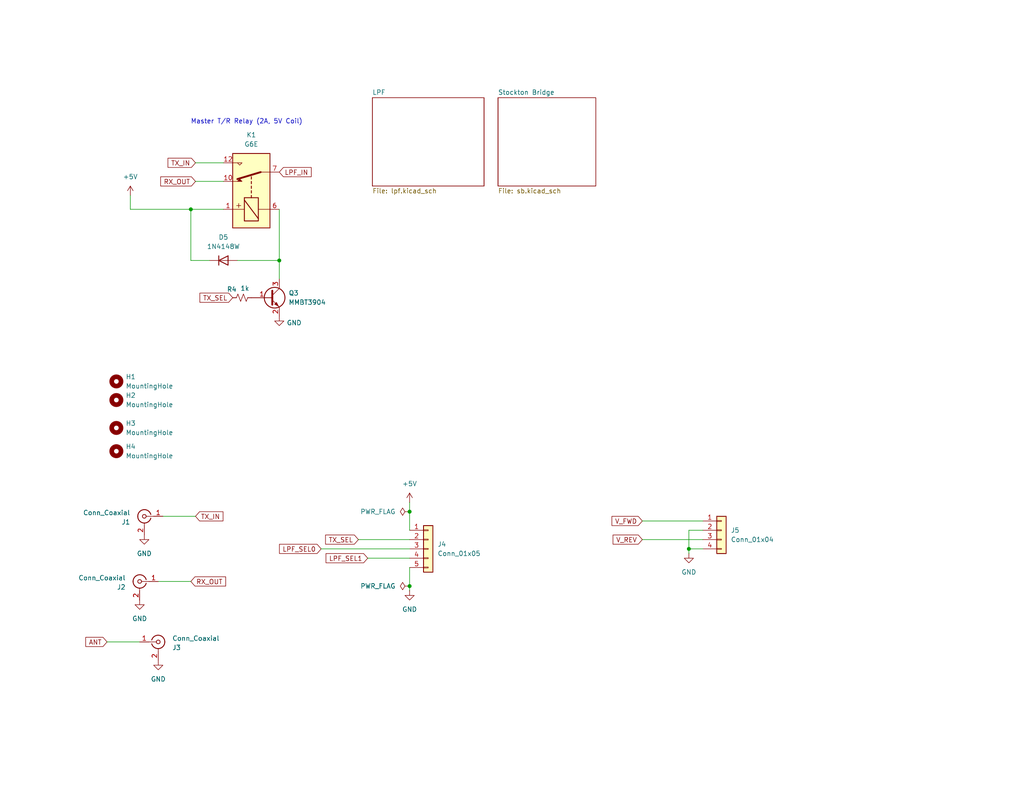
<source format=kicad_sch>
(kicad_sch (version 20231120) (generator "eeschema") (generator_version "8.0")
  (paper "USLetter")
  (title_block (title "Low Pass Filter Board 1") (date "2025-02-21") (rev "1") (company "Bruce MacKinnon, KC1FSZ") (comment 1 "Copyright (C) Bruce MacKinnon, 2025") (comment 2 "NOT FOR COMMERCIAL USE"))
  (lib_symbols
    (symbol "Connector:Conn_Coaxial" (pin_names (offset 1.016) hide)
      (property "Reference" "J" (at 0.254 3.048 0))
      (property "Value" "Conn_Coaxial" (at 2.921 0 90))
      (symbol "Conn_Coaxial_0_1"
        (arc (start -1.778 -0.508) (mid 0.2311 -1.8066) (end 1.778 0) (stroke (width 0.254)))
        (polyline (pts (xy -2.54 0) (xy -0.508 0)))
        (polyline (pts (xy 0 -2.54) (xy 0 -1.778)))
        (circle (center 0 0) (radius 0.508) (stroke (width 0.2032)))
        (arc (start 1.778 0) (mid 0.2099 1.8101) (end -1.778 0.508) (stroke (width 0.254)))
      )
      (symbol "Conn_Coaxial_1_1"
        (pin passive line (at -5.08 0 0) (length 2.54) (name "In") (number "1"))
        (pin passive line (at 0 -5.08 90) (length 2.54) (name "Ext") (number "2"))
      )
    )
    (symbol "Connector_Generic:Conn_01x04" (pin_names (offset 1.016) hide)
      (property "Reference" "J" (at 0 5.08 0))
      (property "Value" "Conn_01x04" (at 0 -7.62 0))
      (symbol "Conn_01x04_1_1"
        (rectangle (start -1.27 -4.953) (end 0 -5.207) (stroke (width 0.1524)))
        (rectangle (start -1.27 -2.413) (end 0 -2.667) (stroke (width 0.1524)))
        (rectangle (start -1.27 0.127) (end 0 -0.127) (stroke (width 0.1524)))
        (rectangle (start -1.27 2.667) (end 0 2.413) (stroke (width 0.1524)))
        (rectangle (start -1.27 3.81) (end 1.27 -6.35) (stroke (width 0.254)) (fill (type background)))
        (pin passive line (at -5.08 2.54 0) (length 3.81) (name "Pin_1") (number "1"))
        (pin passive line (at -5.08 0 0) (length 3.81) (name "Pin_2") (number "2"))
        (pin passive line (at -5.08 -2.54 0) (length 3.81) (name "Pin_3") (number "3"))
        (pin passive line (at -5.08 -5.08 0) (length 3.81) (name "Pin_4") (number "4"))
      )
    )
    (symbol "Connector_Generic:Conn_01x05" (pin_names (offset 1.016) hide)
      (property "Reference" "J" (at 0 7.62 0))
      (property "Value" "Conn_01x05" (at 0 -7.62 0))
      (symbol "Conn_01x05_1_1"
        (rectangle (start -1.27 -4.953) (end 0 -5.207) (stroke (width 0.1524)))
        (rectangle (start -1.27 -2.413) (end 0 -2.667) (stroke (width 0.1524)))
        (rectangle (start -1.27 0.127) (end 0 -0.127) (stroke (width 0.1524)))
        (rectangle (start -1.27 2.667) (end 0 2.413) (stroke (width 0.1524)))
        (rectangle (start -1.27 5.207) (end 0 4.953) (stroke (width 0.1524)))
        (rectangle (start -1.27 6.35) (end 1.27 -6.35) (stroke (width 0.254)) (fill (type background)))
        (pin passive line (at -5.08 5.08 0) (length 3.81) (name "Pin_1") (number "1"))
        (pin passive line (at -5.08 2.54 0) (length 3.81) (name "Pin_2") (number "2"))
        (pin passive line (at -5.08 0 0) (length 3.81) (name "Pin_3") (number "3"))
        (pin passive line (at -5.08 -2.54 0) (length 3.81) (name "Pin_4") (number "4"))
        (pin passive line (at -5.08 -5.08 0) (length 3.81) (name "Pin_5") (number "5"))
      )
    )
    (symbol "Device:R_Small_US" (pin_numbers hide) (pin_names (offset 0.254) hide)
      (property "Reference" "R" (at 0.762 0.508 0))
      (property "Value" "R_Small_US" (at 0.762 -1.016 0))
      (symbol "R_Small_US_1_1"
        (polyline (pts (xy 0 0) (xy 1.016 -0.381) (xy 0 -0.762) (xy -1.016 -1.143) (xy 0 -1.524)))
        (polyline (pts (xy 0 1.524) (xy 1.016 1.143) (xy 0 0.762) (xy -1.016 0.381) (xy 0 0)))
        (pin passive line (at 0 2.54 270) (length 1.016) (name "~") (number "1"))
        (pin passive line (at 0 -2.54 90) (length 1.016) (name "~") (number "2"))
      )
    )
    (symbol "Diode:1N4148W" (pin_numbers hide) (pin_names hide)
      (property "Reference" "D" (at 0 2.54 0))
      (property "Value" "1N4148W" (at 0 -2.54 0))
      (symbol "1N4148W_0_1"
        (polyline (pts (xy -1.27 1.27) (xy -1.27 -1.27)) (stroke (width 0.254)))
        (polyline (pts (xy 1.27 0) (xy -1.27 0)))
        (polyline (pts (xy 1.27 1.27) (xy 1.27 -1.27) (xy -1.27 0) (xy 1.27 1.27)) (stroke (width 0.254)))
      )
      (symbol "1N4148W_1_1"
        (pin passive line (at -3.81 0 0) (length 2.54) (name "K") (number "1"))
        (pin passive line (at 3.81 0 180) (length 2.54) (name "A") (number "2"))
      )
    )
    (symbol "Mechanical:MountingHole" (pin_names (offset 1.016)) (exclude_from_sim yes) (in_bom no)
      (property "Reference" "H" (at 0 5.08 0))
      (property "Value" "MountingHole" (at 0 3.175 0))
      (symbol "MountingHole_0_1"
        (circle (center 0 0) (radius 1.27) (stroke (width 1.27)))
      )
    )
    (symbol "Relay:G6E"
      (property "Reference" "K" (at 11.43 3.81 0))
      (property "Value" "G6E" (at 11.43 1.27 0))
      (symbol "G6E_0_0"
        (polyline (pts (xy 7.62 5.08) (xy 7.62 2.54) (xy 6.985 3.175) (xy 7.62 3.81)))
        (text "+" (at -4.064 3.556 0) (effects (font (size 1.524 1.524))))
      )
      (symbol "G6E_0_1"
        (rectangle (start -10.16 5.08) (end 10.16 -5.08) (stroke (width 0.254)) (fill (type background)))
        (rectangle (start -8.255 1.905) (end -1.905 -1.905) (stroke (width 0.254)))
        (polyline (pts (xy -7.62 -1.905) (xy -2.54 1.905)) (stroke (width 0.254)))
        (polyline (pts (xy -5.08 -5.08) (xy -5.08 -1.905)))
        (polyline (pts (xy -5.08 5.08) (xy -5.08 1.905)))
        (polyline (pts (xy -1.905 0) (xy -1.27 0)) (stroke (width 0.254)))
        (polyline (pts (xy -0.635 0) (xy 0 0)) (stroke (width 0.254)))
        (polyline (pts (xy 0.635 0) (xy 1.27 0)) (stroke (width 0.254)))
        (polyline (pts (xy 1.905 0) (xy 2.54 0)) (stroke (width 0.254)))
        (polyline (pts (xy 3.175 0) (xy 3.81 0)) (stroke (width 0.254)))
        (polyline (pts (xy 5.08 -2.54) (xy 3.175 3.81)) (stroke (width 0.508)))
        (polyline (pts (xy 5.08 -2.54) (xy 5.08 -5.08)))
        (polyline (pts (xy 2.54 5.08) (xy 2.54 2.54) (xy 3.175 3.175) (xy 2.54 3.81)) (fill (type outline)))
      )
      (symbol "G6E_1_1"
        (pin passive line (at -5.08 7.62 270) (length 2.54) (name "~") (number "1"))
        (pin passive line (at 2.54 7.62 270) (length 2.54) (name "~") (number "10"))
        (pin passive line (at 7.62 7.62 270) (length 2.54) (name "~") (number "12"))
        (pin passive line (at -5.08 -7.62 90) (length 2.54) (name "~") (number "6"))
        (pin passive line (at 5.08 -7.62 90) (length 2.54) (name "~") (number "7"))
      )
    )
    (symbol "Transistor_BJT:MMBT3904" (pin_names (offset 0) hide)
      (property "Reference" "Q" (at 5.08 1.905 0))
      (property "Value" "MMBT3904" (at 5.08 0 0))
      (symbol "MMBT3904_0_1"
        (polyline (pts (xy 0.635 0.635) (xy 2.54 2.54)))
        (polyline (pts (xy 0.635 -0.635) (xy 2.54 -2.54) (xy 2.54 -2.54)))
        (polyline (pts (xy 0.635 1.905) (xy 0.635 -1.905) (xy 0.635 -1.905)) (stroke (width 0.508)))
        (polyline (pts (xy 1.27 -1.778) (xy 1.778 -1.27) (xy 2.286 -2.286) (xy 1.27 -1.778) (xy 1.27 -1.778)) (fill (type outline)))
        (circle (center 1.27 0) (radius 2.8194) (stroke (width 0.254)))
      )
      (symbol "MMBT3904_1_1"
        (pin input line (at -5.08 0 0) (length 5.715) (name "B") (number "1"))
        (pin passive line (at 2.54 -5.08 90) (length 2.54) (name "E") (number "2"))
        (pin passive line (at 2.54 5.08 270) (length 2.54) (name "C") (number "3"))
      )
    )
    (symbol "power:+5V" (power) (pin_numbers hide) (pin_names (offset 0) hide)
      (property "Value" "+5V" (at 0 3.556 0))
      (symbol "+5V_0_1"
        (polyline (pts (xy -0.762 1.27) (xy 0 2.54)))
        (polyline (pts (xy 0 0) (xy 0 2.54)))
        (polyline (pts (xy 0 2.54) (xy 0.762 1.27)))
      )
      (symbol "+5V_1_1"
        (pin power_in line (at 0 0 90) (length 0) (name "~") (number "1"))
      )
    )
    (symbol "power:GND" (power) (pin_numbers hide) (pin_names (offset 0) hide)
      (property "Value" "GND" (at 0 -3.81 0))
      (symbol "GND_0_1"
        (polyline (pts (xy 0 0) (xy 0 -1.27) (xy 1.27 -1.27) (xy 0 -2.54) (xy -1.27 -1.27) (xy 0 -1.27)))
      )
      (symbol "GND_1_1"
        (pin power_in line (at 0 0 270) (length 0) (name "~") (number "1"))
      )
    )
    (symbol "power:PWR_FLAG" (power) (pin_numbers hide) (pin_names (offset 0) hide)
      (property "Value" "PWR_FLAG" (at 0 3.81 0))
      (symbol "PWR_FLAG_0_0"
        (pin power_out line (at 0 0 90) (length 0) (name "~") (number "1"))
      )
      (symbol "PWR_FLAG_0_1"
        (polyline (pts (xy 0 0) (xy 0 1.27) (xy -1.016 1.905) (xy 0 2.54) (xy 1.016 1.905) (xy 0 1.27)))
      )
    )
  )
  (junction (at 76.2 71.12))
  (junction (at 187.96 149.86))
  (junction (at 52.07 57.15))
  (junction (at 111.76 160.02))
  (junction (at 111.76 139.7))
  (wire (pts (xy 57.15 71.12) (xy 52.07 71.12)))
  (wire (pts (xy 53.34 49.53) (xy 60.96 49.53)))
  (wire (pts (xy 44.45 140.97) (xy 53.34 140.97)))
  (wire (pts (xy 175.26 147.32) (xy 191.77 147.32)))
  (wire (pts (xy 111.76 137.16) (xy 111.76 139.7)))
  (wire (pts (xy 187.96 149.86) (xy 191.77 149.86)))
  (wire (pts (xy 111.76 139.7) (xy 111.76 144.78)))
  (wire (pts (xy 38.1 175.26) (xy 29.21 175.26)))
  (wire (pts (xy 35.56 57.15) (xy 52.07 57.15)))
  (wire (pts (xy 43.18 158.75) (xy 52.07 158.75)))
  (wire (pts (xy 111.76 160.02) (xy 111.76 161.29)))
  (wire (pts (xy 52.07 57.15) (xy 52.07 71.12)))
  (wire (pts (xy 52.07 57.15) (xy 60.96 57.15)))
  (wire (pts (xy 76.2 57.15) (xy 76.2 71.12)))
  (wire (pts (xy 76.2 71.12) (xy 76.2 76.2)))
  (wire (pts (xy 53.34 44.45) (xy 60.96 44.45)))
  (wire (pts (xy 111.76 154.94) (xy 111.76 160.02)))
  (wire (pts (xy 87.63 149.86) (xy 111.76 149.86)))
  (wire (pts (xy 187.96 144.78) (xy 187.96 149.86)))
  (wire (pts (xy 35.56 53.34) (xy 35.56 57.15)))
  (wire (pts (xy 191.77 144.78) (xy 187.96 144.78)))
  (wire (pts (xy 175.26 142.24) (xy 191.77 142.24)))
  (wire (pts (xy 100.33 152.4) (xy 111.76 152.4)))
  (wire (pts (xy 187.96 149.86) (xy 187.96 151.13)))
  (wire (pts (xy 97.79 147.32) (xy 111.76 147.32)))
  (wire (pts (xy 64.77 71.12) (xy 76.2 71.12)))
  (text "Master T/R Relay (2A, 5V Coil)" (at 67.31 33.274 0) (effects (font (size 1.27 1.27))))
  (global_label "LPF_SEL0" (shape input) (at 87.63 149.86 180) (property "Intersheetrefs" "${INTERSHEET_REFS}" (effects (hide yes))))
  (global_label "TX_SEL" (shape input) (at 97.79 147.32 180) (property "Intersheetrefs" "${INTERSHEET_REFS}" (effects (hide yes))))
  (global_label "RX_OUT" (shape input) (at 52.07 158.75 0) (property "Intersheetrefs" "${INTERSHEET_REFS}" (effects (hide yes))))
  (global_label "ANT" (shape input) (at 29.21 175.26 180) (property "Intersheetrefs" "${INTERSHEET_REFS}" (effects (hide yes))))
  (global_label "LPF_SEL1" (shape input) (at 100.33 152.4 180) (property "Intersheetrefs" "${INTERSHEET_REFS}" (effects (hide yes))))
  (global_label "TX_SEL" (shape input) (at 63.5 81.28 180) (property "Intersheetrefs" "${INTERSHEET_REFS}" (effects (hide yes))))
  (global_label "V_FWD" (shape input) (at 175.26 142.24 180) (property "Intersheetrefs" "${INTERSHEET_REFS}" (effects (hide yes))))
  (global_label "RX_OUT" (shape input) (at 53.34 49.53 180) (property "Intersheetrefs" "${INTERSHEET_REFS}" (effects (hide yes))))
  (global_label "V_REV" (shape input) (at 175.26 147.32 180) (property "Intersheetrefs" "${INTERSHEET_REFS}" (effects (hide yes))))
  (global_label "LPF_IN" (shape input) (at 76.2 46.99 0) (property "Intersheetrefs" "${INTERSHEET_REFS}" (effects (hide yes))))
  (global_label "TX_IN" (shape input) (at 53.34 44.45 180) (property "Intersheetrefs" "${INTERSHEET_REFS}" (effects (hide yes))))
  (global_label "TX_IN" (shape input) (at 53.34 140.97 0) (property "Intersheetrefs" "${INTERSHEET_REFS}" (effects (hide yes))))
  (symbol (lib_id "Connector_Generic:Conn_01x05") (at 116.84 149.86 0) (unit 1)
    (property "Reference" "J4" (at 119.38 148.5899 0) (effects (justify left)))
    (property "Value" "Conn_01x05" (at 119.38 151.1299 0) (effects (justify left)))
    (property "Footprint" "Connector_PinHeader_2.54mm:PinHeader_1x05_P2.54mm_Vertical" (effects (hide yes)))
    (property "Description" "Generic connector, single row, 01x05, script generated (kicad-library-utils/schlib/autogen/connector/)" (effects (hide yes)))
  )
  (symbol (lib_id "power:GND") (at 187.96 151.13 0) (unit 1)
    (property "Reference" "#PWR027" (effects (hide yes)))
    (property "Value" "GND" (at 187.96 156.21 0))
    (property "Description" "Power symbol creates a global label with name \"GND\" , ground" (effects (hide yes)))
  )
  (symbol (lib_id "Device:R_Small_US") (at 66.04 81.28 90) (unit 1)
    (property "Reference" "R4" (at 63.246 78.994 90))
    (property "Value" "1k" (at 66.802 78.74 90))
    (property "Footprint" "Resistor_SMD:R_0805_2012Metric_Pad1.20x1.40mm_HandSolder" (effects (hide yes)))
    (property "Description" "Resistor, small US symbol" (effects (hide yes)))
  )
  (symbol (lib_id "power:PWR_FLAG") (at 111.76 160.02 90) (unit 1)
    (property "Reference" "#FLG02" (effects (hide yes)))
    (property "Value" "PWR_FLAG" (at 107.95 160.0199 90) (effects (justify left)))
    (property "Description" "Special symbol for telling ERC where power comes from" (effects (hide yes)))
  )
  (symbol (lib_id "power:PWR_FLAG") (at 111.76 139.7 90) (unit 1)
    (property "Reference" "#FLG01" (effects (hide yes)))
    (property "Value" "PWR_FLAG" (at 107.95 139.6999 90) (effects (justify left)))
    (property "Description" "Special symbol for telling ERC where power comes from" (effects (hide yes)))
  )
  (symbol (lib_id "power:GND") (at 76.2 86.36 0) (unit 1)
    (property "Reference" "#PWR013" (effects (hide yes)))
    (property "Value" "GND" (at 80.264 88.138 0))
    (property "Description" "Power symbol creates a global label with name \"GND\" , ground" (effects (hide yes)))
  )
  (symbol (lib_id "power:GND") (at 38.1 163.83 0) (unit 1)
    (property "Reference" "#PWR015" (effects (hide yes)))
    (property "Value" "GND" (at 38.1 168.91 0))
    (property "Description" "Power symbol creates a global label with name \"GND\" , ground" (effects (hide yes)))
  )
  (symbol (lib_id "power:+5V") (at 35.56 53.34 0) (unit 1)
    (property "Reference" "#PWR012" (effects (hide yes)))
    (property "Value" "+5V" (at 35.56 48.26 0))
    (property "Description" "Power symbol creates a global label with name \"+5V\"" (effects (hide yes)))
  )
  (symbol (lib_id "power:GND") (at 39.37 146.05 0) (unit 1)
    (property "Reference" "#PWR014" (effects (hide yes)))
    (property "Value" "GND" (at 39.37 151.13 0))
    (property "Description" "Power symbol creates a global label with name \"GND\" , ground" (effects (hide yes)))
  )
  (symbol (lib_id "Mechanical:MountingHole") (at 31.75 109.22 0) (unit 1) (exclude_from_sim yes) (in_bom no)
    (property "Reference" "H2" (at 34.29 107.9499 0) (effects (justify left)))
    (property "Value" "MountingHole" (at 34.29 110.4899 0) (effects (justify left)))
    (property "Footprint" "MountingHole:MountingHole_3.5mm" (effects (hide yes)))
    (property "Description" "Mounting Hole without connection" (effects (hide yes)))
  )
  (symbol (lib_id "power:+5V") (at 111.76 137.16 0) (unit 1)
    (property "Reference" "#PWR018" (effects (hide yes)))
    (property "Value" "+5V" (at 111.76 132.08 0))
    (property "Description" "Power symbol creates a global label with name \"+5V\"" (effects (hide yes)))
  )
  (symbol (lib_id "power:GND") (at 43.18 180.34 0) (mirror y) (unit 1)
    (property "Reference" "#PWR016" (effects (hide yes)))
    (property "Value" "GND" (at 43.18 185.42 0))
    (property "Description" "Power symbol creates a global label with name \"GND\" , ground" (effects (hide yes)))
  )
  (symbol (lib_id "Transistor_BJT:MMBT3904") (at 73.66 81.28 0) (unit 1)
    (property "Reference" "Q3" (at 78.74 80.0099 0) (effects (justify left)))
    (property "Value" "MMBT3904" (at 78.74 82.5499 0) (effects (justify left)))
    (property "Footprint" "Package_TO_SOT_SMD:SOT-23" (effects (hide yes)))
    (property "Datasheet" "https://www.onsemi.com/pdf/datasheet/pzt3904-d.pdf" (effects (hide yes)))
    (property "Description" "0.2A Ic, 40V Vce, Small Signal NPN Transistor, SOT-23" (effects (hide yes)))
  )
  (symbol (lib_id "Connector_Generic:Conn_01x04") (at 196.85 144.78 0) (unit 1)
    (property "Reference" "J5" (at 199.39 144.7799 0) (effects (justify left)))
    (property "Value" "Conn_01x04" (at 199.39 147.3199 0) (effects (justify left)))
    (property "Footprint" "Connector_PinHeader_2.54mm:PinHeader_1x04_P2.54mm_Vertical" (effects (hide yes)))
    (property "Description" "Generic connector, single row, 01x04, script generated (kicad-library-utils/schlib/autogen/connector/)" (effects (hide yes)))
  )
  (symbol (lib_id "Mechanical:MountingHole") (at 31.75 116.84 0) (unit 1) (exclude_from_sim yes) (in_bom no)
    (property "Reference" "H3" (at 34.29 115.5699 0) (effects (justify left)))
    (property "Value" "MountingHole" (at 34.29 118.1099 0) (effects (justify left)))
    (property "Footprint" "MountingHole:MountingHole_3.5mm" (effects (hide yes)))
    (property "Description" "Mounting Hole without connection" (effects (hide yes)))
  )
  (symbol (lib_id "Connector:Conn_Coaxial") (at 39.37 140.97 0) (mirror y) (unit 1)
    (property "Reference" "J1" (at 35.56 142.5333 0) (effects (justify left)))
    (property "Value" "Conn_Coaxial" (at 35.56 139.9933 0) (effects (justify left)))
    (property "Footprint" "Connector_Coaxial:SMA_Amphenol_901-144_Vertical" (effects (hide yes)))
    (property "Description" "coaxial connector (BNC, SMA, SMB, SMC, Cinch/RCA, LEMO, ...)" (effects (hide yes)))
  )
  (symbol (lib_id "power:GND") (at 111.76 161.29 0) (unit 1)
    (property "Reference" "#PWR017" (effects (hide yes)))
    (property "Value" "GND" (at 111.76 166.37 0))
    (property "Description" "Power symbol creates a global label with name \"GND\" , ground" (effects (hide yes)))
  )
  (symbol (lib_id "Mechanical:MountingHole") (at 31.75 104.14 0) (unit 1) (exclude_from_sim yes) (in_bom no)
    (property "Reference" "H1" (at 34.29 102.8699 0) (effects (justify left)))
    (property "Value" "MountingHole" (at 34.29 105.4099 0) (effects (justify left)))
    (property "Footprint" "MountingHole:MountingHole_3.5mm" (effects (hide yes)))
    (property "Description" "Mounting Hole without connection" (effects (hide yes)))
  )
  (symbol (lib_id "Diode:1N4148W") (at 60.96 71.12 0) (unit 1)
    (property "Reference" "D5" (at 60.96 64.77 0))
    (property "Value" "1N4148W" (at 60.96 67.31 0))
    (property "Footprint" "Diode_SMD:D_SOD-123" (effects (hide yes)))
    (property "Datasheet" "https://www.vishay.com/docs/85748/1n4148w.pdf" (effects (hide yes)))
    (property "Description" "75V 0.15A Fast Switching Diode, SOD-123" (effects (hide yes)))
    (property "Sim.Device" "D" (effects (hide yes)))
    (property "Sim.Pins" "1=K 2=A" (effects (hide yes)))
  )
  (symbol (lib_id "Connector:Conn_Coaxial") (at 43.18 175.26 0) (unit 1)
    (property "Reference" "J3" (at 46.99 176.8233 0) (effects (justify left)))
    (property "Value" "Conn_Coaxial" (at 46.99 174.2833 0) (effects (justify left)))
    (property "Footprint" "Connector_Coaxial:SMA_Amphenol_901-144_Vertical" (effects (hide yes)))
    (property "Description" "coaxial connector (BNC, SMA, SMB, SMC, Cinch/RCA, LEMO, ...)" (effects (hide yes)))
  )
  (symbol (lib_id "Mechanical:MountingHole") (at 31.75 123.19 0) (unit 1) (exclude_from_sim yes) (in_bom no)
    (property "Reference" "H4" (at 34.29 121.9199 0) (effects (justify left)))
    (property "Value" "MountingHole" (at 34.29 124.4599 0) (effects (justify left)))
    (property "Footprint" "MountingHole:MountingHole_3.5mm" (effects (hide yes)))
    (property "Description" "Mounting Hole without connection" (effects (hide yes)))
  )
  (symbol (lib_id "Relay:G6E") (at 68.58 52.07 90) (unit 1)
    (property "Reference" "K1" (at 68.58 36.83 90))
    (property "Value" "G6E" (at 68.58 39.37 90))
    (property "Footprint" "Relay_THT:Relay_SPDT_Omron_G6E" (effects (hide yes)))
    (property "Datasheet" "https://www.omron.com/ecb/products/pdf/en-g6e.pdf" (effects (hide yes)))
    (property "Description" "Omron Subminiature Sensitive SPDT Signal Switching Relay, Single-Side Stable" (effects (hide yes)))
  )
  (symbol (lib_id "Connector:Conn_Coaxial") (at 38.1 158.75 0) (mirror y) (unit 1)
    (property "Reference" "J2" (at 34.29 160.3133 0) (effects (justify left)))
    (property "Value" "Conn_Coaxial" (at 34.29 157.7733 0) (effects (justify left)))
    (property "Footprint" "Connector_Coaxial:SMA_Amphenol_901-144_Vertical" (effects (hide yes)))
    (property "Description" "coaxial connector (BNC, SMA, SMB, SMC, Cinch/RCA, LEMO, ...)" (effects (hide yes)))
  )
  (sheet (at 101.6 26.67) (size 30.48 24.13) (stroke (width 0.1524))
    (property "Sheetname" "LPF" (at 101.6 25.9584 0) (effects (justify left bottom)))
    (property "Sheetfile" "lpf.kicad_sch" (at 101.6 51.3846 0) (effects (justify left top)))
  )
  (sheet (at 135.89 26.67) (size 26.67 24.13) (stroke (width 0.1524))
    (property "Sheetname" "Stockton Bridge" (at 135.89 25.9584 0) (effects (justify left bottom)))
    (property "Sheetfile" "sb.kicad_sch" (at 135.89 51.3846 0) (effects (justify left top)))
  )
)
</source>
